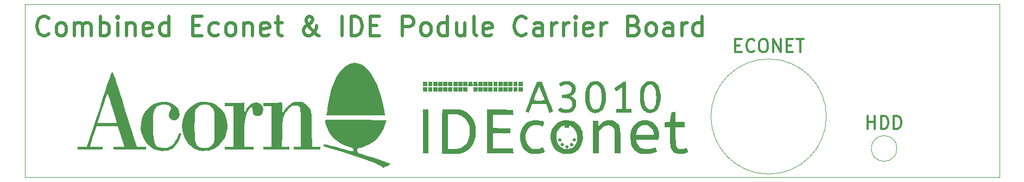
<source format=gbr>
G04 #@! TF.GenerationSoftware,KiCad,Pcbnew,7.0.7-146-g6b43bb8fe3*
G04 #@! TF.CreationDate,2023-10-06T16:17:06+01:00*
G04 #@! TF.ProjectId,A3010PoduleCarrierPlate,41333031-3050-46f6-9475-6c6543617272,01a*
G04 #@! TF.SameCoordinates,Original*
G04 #@! TF.FileFunction,Legend,Top*
G04 #@! TF.FilePolarity,Positive*
%FSLAX46Y46*%
G04 Gerber Fmt 4.6, Leading zero omitted, Abs format (unit mm)*
G04 Created by KiCad (PCBNEW 7.0.7-146-g6b43bb8fe3) date 2023-10-06 16:17:06*
%MOMM*%
%LPD*%
G01*
G04 APERTURE LIST*
%ADD10C,0.120000*%
%ADD11C,0.500000*%
%ADD12C,0.300000*%
G04 APERTURE END LIST*
D10*
X223546000Y-75045000D02*
X223546000Y-102045000D01*
X223546000Y-102045000D02*
X71546000Y-102045000D01*
X196546000Y-92545000D02*
G75*
G03*
X196546000Y-92545000I-9000000J0D01*
G01*
X71546000Y-75045000D02*
X223546000Y-75045000D01*
X207546000Y-97545000D02*
G75*
G03*
X207546000Y-97545000I-2000000J0D01*
G01*
X71546000Y-102045000D02*
X71546000Y-75045000D01*
D11*
X75303518Y-79621142D02*
X75160661Y-79764000D01*
X75160661Y-79764000D02*
X74732089Y-79906857D01*
X74732089Y-79906857D02*
X74446375Y-79906857D01*
X74446375Y-79906857D02*
X74017804Y-79764000D01*
X74017804Y-79764000D02*
X73732089Y-79478285D01*
X73732089Y-79478285D02*
X73589232Y-79192571D01*
X73589232Y-79192571D02*
X73446375Y-78621142D01*
X73446375Y-78621142D02*
X73446375Y-78192571D01*
X73446375Y-78192571D02*
X73589232Y-77621142D01*
X73589232Y-77621142D02*
X73732089Y-77335428D01*
X73732089Y-77335428D02*
X74017804Y-77049714D01*
X74017804Y-77049714D02*
X74446375Y-76906857D01*
X74446375Y-76906857D02*
X74732089Y-76906857D01*
X74732089Y-76906857D02*
X75160661Y-77049714D01*
X75160661Y-77049714D02*
X75303518Y-77192571D01*
X77017804Y-79906857D02*
X76732089Y-79764000D01*
X76732089Y-79764000D02*
X76589232Y-79621142D01*
X76589232Y-79621142D02*
X76446375Y-79335428D01*
X76446375Y-79335428D02*
X76446375Y-78478285D01*
X76446375Y-78478285D02*
X76589232Y-78192571D01*
X76589232Y-78192571D02*
X76732089Y-78049714D01*
X76732089Y-78049714D02*
X77017804Y-77906857D01*
X77017804Y-77906857D02*
X77446375Y-77906857D01*
X77446375Y-77906857D02*
X77732089Y-78049714D01*
X77732089Y-78049714D02*
X77874947Y-78192571D01*
X77874947Y-78192571D02*
X78017804Y-78478285D01*
X78017804Y-78478285D02*
X78017804Y-79335428D01*
X78017804Y-79335428D02*
X77874947Y-79621142D01*
X77874947Y-79621142D02*
X77732089Y-79764000D01*
X77732089Y-79764000D02*
X77446375Y-79906857D01*
X77446375Y-79906857D02*
X77017804Y-79906857D01*
X79303518Y-79906857D02*
X79303518Y-77906857D01*
X79303518Y-78192571D02*
X79446375Y-78049714D01*
X79446375Y-78049714D02*
X79732090Y-77906857D01*
X79732090Y-77906857D02*
X80160661Y-77906857D01*
X80160661Y-77906857D02*
X80446375Y-78049714D01*
X80446375Y-78049714D02*
X80589233Y-78335428D01*
X80589233Y-78335428D02*
X80589233Y-79906857D01*
X80589233Y-78335428D02*
X80732090Y-78049714D01*
X80732090Y-78049714D02*
X81017804Y-77906857D01*
X81017804Y-77906857D02*
X81446375Y-77906857D01*
X81446375Y-77906857D02*
X81732090Y-78049714D01*
X81732090Y-78049714D02*
X81874947Y-78335428D01*
X81874947Y-78335428D02*
X81874947Y-79906857D01*
X83303518Y-79906857D02*
X83303518Y-76906857D01*
X83303518Y-78049714D02*
X83589233Y-77906857D01*
X83589233Y-77906857D02*
X84160661Y-77906857D01*
X84160661Y-77906857D02*
X84446375Y-78049714D01*
X84446375Y-78049714D02*
X84589233Y-78192571D01*
X84589233Y-78192571D02*
X84732090Y-78478285D01*
X84732090Y-78478285D02*
X84732090Y-79335428D01*
X84732090Y-79335428D02*
X84589233Y-79621142D01*
X84589233Y-79621142D02*
X84446375Y-79764000D01*
X84446375Y-79764000D02*
X84160661Y-79906857D01*
X84160661Y-79906857D02*
X83589233Y-79906857D01*
X83589233Y-79906857D02*
X83303518Y-79764000D01*
X86017804Y-79906857D02*
X86017804Y-77906857D01*
X86017804Y-76906857D02*
X85874947Y-77049714D01*
X85874947Y-77049714D02*
X86017804Y-77192571D01*
X86017804Y-77192571D02*
X86160661Y-77049714D01*
X86160661Y-77049714D02*
X86017804Y-76906857D01*
X86017804Y-76906857D02*
X86017804Y-77192571D01*
X87446375Y-77906857D02*
X87446375Y-79906857D01*
X87446375Y-78192571D02*
X87589232Y-78049714D01*
X87589232Y-78049714D02*
X87874947Y-77906857D01*
X87874947Y-77906857D02*
X88303518Y-77906857D01*
X88303518Y-77906857D02*
X88589232Y-78049714D01*
X88589232Y-78049714D02*
X88732090Y-78335428D01*
X88732090Y-78335428D02*
X88732090Y-79906857D01*
X91303518Y-79764000D02*
X91017804Y-79906857D01*
X91017804Y-79906857D02*
X90446376Y-79906857D01*
X90446376Y-79906857D02*
X90160661Y-79764000D01*
X90160661Y-79764000D02*
X90017804Y-79478285D01*
X90017804Y-79478285D02*
X90017804Y-78335428D01*
X90017804Y-78335428D02*
X90160661Y-78049714D01*
X90160661Y-78049714D02*
X90446376Y-77906857D01*
X90446376Y-77906857D02*
X91017804Y-77906857D01*
X91017804Y-77906857D02*
X91303518Y-78049714D01*
X91303518Y-78049714D02*
X91446376Y-78335428D01*
X91446376Y-78335428D02*
X91446376Y-78621142D01*
X91446376Y-78621142D02*
X90017804Y-78906857D01*
X94017805Y-79906857D02*
X94017805Y-76906857D01*
X94017805Y-79764000D02*
X93732090Y-79906857D01*
X93732090Y-79906857D02*
X93160662Y-79906857D01*
X93160662Y-79906857D02*
X92874947Y-79764000D01*
X92874947Y-79764000D02*
X92732090Y-79621142D01*
X92732090Y-79621142D02*
X92589233Y-79335428D01*
X92589233Y-79335428D02*
X92589233Y-78478285D01*
X92589233Y-78478285D02*
X92732090Y-78192571D01*
X92732090Y-78192571D02*
X92874947Y-78049714D01*
X92874947Y-78049714D02*
X93160662Y-77906857D01*
X93160662Y-77906857D02*
X93732090Y-77906857D01*
X93732090Y-77906857D02*
X94017805Y-78049714D01*
X97732090Y-78335428D02*
X98732090Y-78335428D01*
X99160662Y-79906857D02*
X97732090Y-79906857D01*
X97732090Y-79906857D02*
X97732090Y-76906857D01*
X97732090Y-76906857D02*
X99160662Y-76906857D01*
X101732091Y-79764000D02*
X101446376Y-79906857D01*
X101446376Y-79906857D02*
X100874948Y-79906857D01*
X100874948Y-79906857D02*
X100589233Y-79764000D01*
X100589233Y-79764000D02*
X100446376Y-79621142D01*
X100446376Y-79621142D02*
X100303519Y-79335428D01*
X100303519Y-79335428D02*
X100303519Y-78478285D01*
X100303519Y-78478285D02*
X100446376Y-78192571D01*
X100446376Y-78192571D02*
X100589233Y-78049714D01*
X100589233Y-78049714D02*
X100874948Y-77906857D01*
X100874948Y-77906857D02*
X101446376Y-77906857D01*
X101446376Y-77906857D02*
X101732091Y-78049714D01*
X103446377Y-79906857D02*
X103160662Y-79764000D01*
X103160662Y-79764000D02*
X103017805Y-79621142D01*
X103017805Y-79621142D02*
X102874948Y-79335428D01*
X102874948Y-79335428D02*
X102874948Y-78478285D01*
X102874948Y-78478285D02*
X103017805Y-78192571D01*
X103017805Y-78192571D02*
X103160662Y-78049714D01*
X103160662Y-78049714D02*
X103446377Y-77906857D01*
X103446377Y-77906857D02*
X103874948Y-77906857D01*
X103874948Y-77906857D02*
X104160662Y-78049714D01*
X104160662Y-78049714D02*
X104303520Y-78192571D01*
X104303520Y-78192571D02*
X104446377Y-78478285D01*
X104446377Y-78478285D02*
X104446377Y-79335428D01*
X104446377Y-79335428D02*
X104303520Y-79621142D01*
X104303520Y-79621142D02*
X104160662Y-79764000D01*
X104160662Y-79764000D02*
X103874948Y-79906857D01*
X103874948Y-79906857D02*
X103446377Y-79906857D01*
X105732091Y-77906857D02*
X105732091Y-79906857D01*
X105732091Y-78192571D02*
X105874948Y-78049714D01*
X105874948Y-78049714D02*
X106160663Y-77906857D01*
X106160663Y-77906857D02*
X106589234Y-77906857D01*
X106589234Y-77906857D02*
X106874948Y-78049714D01*
X106874948Y-78049714D02*
X107017806Y-78335428D01*
X107017806Y-78335428D02*
X107017806Y-79906857D01*
X109589234Y-79764000D02*
X109303520Y-79906857D01*
X109303520Y-79906857D02*
X108732092Y-79906857D01*
X108732092Y-79906857D02*
X108446377Y-79764000D01*
X108446377Y-79764000D02*
X108303520Y-79478285D01*
X108303520Y-79478285D02*
X108303520Y-78335428D01*
X108303520Y-78335428D02*
X108446377Y-78049714D01*
X108446377Y-78049714D02*
X108732092Y-77906857D01*
X108732092Y-77906857D02*
X109303520Y-77906857D01*
X109303520Y-77906857D02*
X109589234Y-78049714D01*
X109589234Y-78049714D02*
X109732092Y-78335428D01*
X109732092Y-78335428D02*
X109732092Y-78621142D01*
X109732092Y-78621142D02*
X108303520Y-78906857D01*
X110589235Y-77906857D02*
X111732092Y-77906857D01*
X111017806Y-76906857D02*
X111017806Y-79478285D01*
X111017806Y-79478285D02*
X111160663Y-79764000D01*
X111160663Y-79764000D02*
X111446378Y-79906857D01*
X111446378Y-79906857D02*
X111732092Y-79906857D01*
X117446378Y-79906857D02*
X117303521Y-79906857D01*
X117303521Y-79906857D02*
X117017806Y-79764000D01*
X117017806Y-79764000D02*
X116589235Y-79335428D01*
X116589235Y-79335428D02*
X115874949Y-78478285D01*
X115874949Y-78478285D02*
X115589235Y-78049714D01*
X115589235Y-78049714D02*
X115446378Y-77621142D01*
X115446378Y-77621142D02*
X115446378Y-77335428D01*
X115446378Y-77335428D02*
X115589235Y-77049714D01*
X115589235Y-77049714D02*
X115874949Y-76906857D01*
X115874949Y-76906857D02*
X116017806Y-76906857D01*
X116017806Y-76906857D02*
X116303521Y-77049714D01*
X116303521Y-77049714D02*
X116446378Y-77335428D01*
X116446378Y-77335428D02*
X116446378Y-77478285D01*
X116446378Y-77478285D02*
X116303521Y-77764000D01*
X116303521Y-77764000D02*
X116160663Y-77906857D01*
X116160663Y-77906857D02*
X115303521Y-78478285D01*
X115303521Y-78478285D02*
X115160663Y-78621142D01*
X115160663Y-78621142D02*
X115017806Y-78906857D01*
X115017806Y-78906857D02*
X115017806Y-79335428D01*
X115017806Y-79335428D02*
X115160663Y-79621142D01*
X115160663Y-79621142D02*
X115303521Y-79764000D01*
X115303521Y-79764000D02*
X115589235Y-79906857D01*
X115589235Y-79906857D02*
X116017806Y-79906857D01*
X116017806Y-79906857D02*
X116303521Y-79764000D01*
X116303521Y-79764000D02*
X116446378Y-79621142D01*
X116446378Y-79621142D02*
X116874949Y-79049714D01*
X116874949Y-79049714D02*
X117017806Y-78621142D01*
X117017806Y-78621142D02*
X117017806Y-78335428D01*
X121017806Y-79906857D02*
X121017806Y-76906857D01*
X122446377Y-79906857D02*
X122446377Y-76906857D01*
X122446377Y-76906857D02*
X123160663Y-76906857D01*
X123160663Y-76906857D02*
X123589234Y-77049714D01*
X123589234Y-77049714D02*
X123874949Y-77335428D01*
X123874949Y-77335428D02*
X124017806Y-77621142D01*
X124017806Y-77621142D02*
X124160663Y-78192571D01*
X124160663Y-78192571D02*
X124160663Y-78621142D01*
X124160663Y-78621142D02*
X124017806Y-79192571D01*
X124017806Y-79192571D02*
X123874949Y-79478285D01*
X123874949Y-79478285D02*
X123589234Y-79764000D01*
X123589234Y-79764000D02*
X123160663Y-79906857D01*
X123160663Y-79906857D02*
X122446377Y-79906857D01*
X125446377Y-78335428D02*
X126446377Y-78335428D01*
X126874949Y-79906857D02*
X125446377Y-79906857D01*
X125446377Y-79906857D02*
X125446377Y-76906857D01*
X125446377Y-76906857D02*
X126874949Y-76906857D01*
X130446377Y-79906857D02*
X130446377Y-76906857D01*
X130446377Y-76906857D02*
X131589234Y-76906857D01*
X131589234Y-76906857D02*
X131874949Y-77049714D01*
X131874949Y-77049714D02*
X132017806Y-77192571D01*
X132017806Y-77192571D02*
X132160663Y-77478285D01*
X132160663Y-77478285D02*
X132160663Y-77906857D01*
X132160663Y-77906857D02*
X132017806Y-78192571D01*
X132017806Y-78192571D02*
X131874949Y-78335428D01*
X131874949Y-78335428D02*
X131589234Y-78478285D01*
X131589234Y-78478285D02*
X130446377Y-78478285D01*
X133874949Y-79906857D02*
X133589234Y-79764000D01*
X133589234Y-79764000D02*
X133446377Y-79621142D01*
X133446377Y-79621142D02*
X133303520Y-79335428D01*
X133303520Y-79335428D02*
X133303520Y-78478285D01*
X133303520Y-78478285D02*
X133446377Y-78192571D01*
X133446377Y-78192571D02*
X133589234Y-78049714D01*
X133589234Y-78049714D02*
X133874949Y-77906857D01*
X133874949Y-77906857D02*
X134303520Y-77906857D01*
X134303520Y-77906857D02*
X134589234Y-78049714D01*
X134589234Y-78049714D02*
X134732092Y-78192571D01*
X134732092Y-78192571D02*
X134874949Y-78478285D01*
X134874949Y-78478285D02*
X134874949Y-79335428D01*
X134874949Y-79335428D02*
X134732092Y-79621142D01*
X134732092Y-79621142D02*
X134589234Y-79764000D01*
X134589234Y-79764000D02*
X134303520Y-79906857D01*
X134303520Y-79906857D02*
X133874949Y-79906857D01*
X137446378Y-79906857D02*
X137446378Y-76906857D01*
X137446378Y-79764000D02*
X137160663Y-79906857D01*
X137160663Y-79906857D02*
X136589235Y-79906857D01*
X136589235Y-79906857D02*
X136303520Y-79764000D01*
X136303520Y-79764000D02*
X136160663Y-79621142D01*
X136160663Y-79621142D02*
X136017806Y-79335428D01*
X136017806Y-79335428D02*
X136017806Y-78478285D01*
X136017806Y-78478285D02*
X136160663Y-78192571D01*
X136160663Y-78192571D02*
X136303520Y-78049714D01*
X136303520Y-78049714D02*
X136589235Y-77906857D01*
X136589235Y-77906857D02*
X137160663Y-77906857D01*
X137160663Y-77906857D02*
X137446378Y-78049714D01*
X140160664Y-77906857D02*
X140160664Y-79906857D01*
X138874949Y-77906857D02*
X138874949Y-79478285D01*
X138874949Y-79478285D02*
X139017806Y-79764000D01*
X139017806Y-79764000D02*
X139303521Y-79906857D01*
X139303521Y-79906857D02*
X139732092Y-79906857D01*
X139732092Y-79906857D02*
X140017806Y-79764000D01*
X140017806Y-79764000D02*
X140160664Y-79621142D01*
X142017807Y-79906857D02*
X141732092Y-79764000D01*
X141732092Y-79764000D02*
X141589235Y-79478285D01*
X141589235Y-79478285D02*
X141589235Y-76906857D01*
X144303521Y-79764000D02*
X144017807Y-79906857D01*
X144017807Y-79906857D02*
X143446379Y-79906857D01*
X143446379Y-79906857D02*
X143160664Y-79764000D01*
X143160664Y-79764000D02*
X143017807Y-79478285D01*
X143017807Y-79478285D02*
X143017807Y-78335428D01*
X143017807Y-78335428D02*
X143160664Y-78049714D01*
X143160664Y-78049714D02*
X143446379Y-77906857D01*
X143446379Y-77906857D02*
X144017807Y-77906857D01*
X144017807Y-77906857D02*
X144303521Y-78049714D01*
X144303521Y-78049714D02*
X144446379Y-78335428D01*
X144446379Y-78335428D02*
X144446379Y-78621142D01*
X144446379Y-78621142D02*
X143017807Y-78906857D01*
X149732093Y-79621142D02*
X149589236Y-79764000D01*
X149589236Y-79764000D02*
X149160664Y-79906857D01*
X149160664Y-79906857D02*
X148874950Y-79906857D01*
X148874950Y-79906857D02*
X148446379Y-79764000D01*
X148446379Y-79764000D02*
X148160664Y-79478285D01*
X148160664Y-79478285D02*
X148017807Y-79192571D01*
X148017807Y-79192571D02*
X147874950Y-78621142D01*
X147874950Y-78621142D02*
X147874950Y-78192571D01*
X147874950Y-78192571D02*
X148017807Y-77621142D01*
X148017807Y-77621142D02*
X148160664Y-77335428D01*
X148160664Y-77335428D02*
X148446379Y-77049714D01*
X148446379Y-77049714D02*
X148874950Y-76906857D01*
X148874950Y-76906857D02*
X149160664Y-76906857D01*
X149160664Y-76906857D02*
X149589236Y-77049714D01*
X149589236Y-77049714D02*
X149732093Y-77192571D01*
X152303522Y-79906857D02*
X152303522Y-78335428D01*
X152303522Y-78335428D02*
X152160664Y-78049714D01*
X152160664Y-78049714D02*
X151874950Y-77906857D01*
X151874950Y-77906857D02*
X151303522Y-77906857D01*
X151303522Y-77906857D02*
X151017807Y-78049714D01*
X152303522Y-79764000D02*
X152017807Y-79906857D01*
X152017807Y-79906857D02*
X151303522Y-79906857D01*
X151303522Y-79906857D02*
X151017807Y-79764000D01*
X151017807Y-79764000D02*
X150874950Y-79478285D01*
X150874950Y-79478285D02*
X150874950Y-79192571D01*
X150874950Y-79192571D02*
X151017807Y-78906857D01*
X151017807Y-78906857D02*
X151303522Y-78764000D01*
X151303522Y-78764000D02*
X152017807Y-78764000D01*
X152017807Y-78764000D02*
X152303522Y-78621142D01*
X153732093Y-79906857D02*
X153732093Y-77906857D01*
X153732093Y-78478285D02*
X153874950Y-78192571D01*
X153874950Y-78192571D02*
X154017808Y-78049714D01*
X154017808Y-78049714D02*
X154303522Y-77906857D01*
X154303522Y-77906857D02*
X154589236Y-77906857D01*
X155589236Y-79906857D02*
X155589236Y-77906857D01*
X155589236Y-78478285D02*
X155732093Y-78192571D01*
X155732093Y-78192571D02*
X155874951Y-78049714D01*
X155874951Y-78049714D02*
X156160665Y-77906857D01*
X156160665Y-77906857D02*
X156446379Y-77906857D01*
X157446379Y-79906857D02*
X157446379Y-77906857D01*
X157446379Y-76906857D02*
X157303522Y-77049714D01*
X157303522Y-77049714D02*
X157446379Y-77192571D01*
X157446379Y-77192571D02*
X157589236Y-77049714D01*
X157589236Y-77049714D02*
X157446379Y-76906857D01*
X157446379Y-76906857D02*
X157446379Y-77192571D01*
X160017807Y-79764000D02*
X159732093Y-79906857D01*
X159732093Y-79906857D02*
X159160665Y-79906857D01*
X159160665Y-79906857D02*
X158874950Y-79764000D01*
X158874950Y-79764000D02*
X158732093Y-79478285D01*
X158732093Y-79478285D02*
X158732093Y-78335428D01*
X158732093Y-78335428D02*
X158874950Y-78049714D01*
X158874950Y-78049714D02*
X159160665Y-77906857D01*
X159160665Y-77906857D02*
X159732093Y-77906857D01*
X159732093Y-77906857D02*
X160017807Y-78049714D01*
X160017807Y-78049714D02*
X160160665Y-78335428D01*
X160160665Y-78335428D02*
X160160665Y-78621142D01*
X160160665Y-78621142D02*
X158732093Y-78906857D01*
X161446379Y-79906857D02*
X161446379Y-77906857D01*
X161446379Y-78478285D02*
X161589236Y-78192571D01*
X161589236Y-78192571D02*
X161732094Y-78049714D01*
X161732094Y-78049714D02*
X162017808Y-77906857D01*
X162017808Y-77906857D02*
X162303522Y-77906857D01*
X166589236Y-78335428D02*
X167017808Y-78478285D01*
X167017808Y-78478285D02*
X167160665Y-78621142D01*
X167160665Y-78621142D02*
X167303522Y-78906857D01*
X167303522Y-78906857D02*
X167303522Y-79335428D01*
X167303522Y-79335428D02*
X167160665Y-79621142D01*
X167160665Y-79621142D02*
X167017808Y-79764000D01*
X167017808Y-79764000D02*
X166732093Y-79906857D01*
X166732093Y-79906857D02*
X165589236Y-79906857D01*
X165589236Y-79906857D02*
X165589236Y-76906857D01*
X165589236Y-76906857D02*
X166589236Y-76906857D01*
X166589236Y-76906857D02*
X166874951Y-77049714D01*
X166874951Y-77049714D02*
X167017808Y-77192571D01*
X167017808Y-77192571D02*
X167160665Y-77478285D01*
X167160665Y-77478285D02*
X167160665Y-77764000D01*
X167160665Y-77764000D02*
X167017808Y-78049714D01*
X167017808Y-78049714D02*
X166874951Y-78192571D01*
X166874951Y-78192571D02*
X166589236Y-78335428D01*
X166589236Y-78335428D02*
X165589236Y-78335428D01*
X169017808Y-79906857D02*
X168732093Y-79764000D01*
X168732093Y-79764000D02*
X168589236Y-79621142D01*
X168589236Y-79621142D02*
X168446379Y-79335428D01*
X168446379Y-79335428D02*
X168446379Y-78478285D01*
X168446379Y-78478285D02*
X168589236Y-78192571D01*
X168589236Y-78192571D02*
X168732093Y-78049714D01*
X168732093Y-78049714D02*
X169017808Y-77906857D01*
X169017808Y-77906857D02*
X169446379Y-77906857D01*
X169446379Y-77906857D02*
X169732093Y-78049714D01*
X169732093Y-78049714D02*
X169874951Y-78192571D01*
X169874951Y-78192571D02*
X170017808Y-78478285D01*
X170017808Y-78478285D02*
X170017808Y-79335428D01*
X170017808Y-79335428D02*
X169874951Y-79621142D01*
X169874951Y-79621142D02*
X169732093Y-79764000D01*
X169732093Y-79764000D02*
X169446379Y-79906857D01*
X169446379Y-79906857D02*
X169017808Y-79906857D01*
X172589237Y-79906857D02*
X172589237Y-78335428D01*
X172589237Y-78335428D02*
X172446379Y-78049714D01*
X172446379Y-78049714D02*
X172160665Y-77906857D01*
X172160665Y-77906857D02*
X171589237Y-77906857D01*
X171589237Y-77906857D02*
X171303522Y-78049714D01*
X172589237Y-79764000D02*
X172303522Y-79906857D01*
X172303522Y-79906857D02*
X171589237Y-79906857D01*
X171589237Y-79906857D02*
X171303522Y-79764000D01*
X171303522Y-79764000D02*
X171160665Y-79478285D01*
X171160665Y-79478285D02*
X171160665Y-79192571D01*
X171160665Y-79192571D02*
X171303522Y-78906857D01*
X171303522Y-78906857D02*
X171589237Y-78764000D01*
X171589237Y-78764000D02*
X172303522Y-78764000D01*
X172303522Y-78764000D02*
X172589237Y-78621142D01*
X174017808Y-79906857D02*
X174017808Y-77906857D01*
X174017808Y-78478285D02*
X174160665Y-78192571D01*
X174160665Y-78192571D02*
X174303523Y-78049714D01*
X174303523Y-78049714D02*
X174589237Y-77906857D01*
X174589237Y-77906857D02*
X174874951Y-77906857D01*
X177160666Y-79906857D02*
X177160666Y-76906857D01*
X177160666Y-79764000D02*
X176874951Y-79906857D01*
X176874951Y-79906857D02*
X176303523Y-79906857D01*
X176303523Y-79906857D02*
X176017808Y-79764000D01*
X176017808Y-79764000D02*
X175874951Y-79621142D01*
X175874951Y-79621142D02*
X175732094Y-79335428D01*
X175732094Y-79335428D02*
X175732094Y-78478285D01*
X175732094Y-78478285D02*
X175874951Y-78192571D01*
X175874951Y-78192571D02*
X176017808Y-78049714D01*
X176017808Y-78049714D02*
X176303523Y-77906857D01*
X176303523Y-77906857D02*
X176874951Y-77906857D01*
X176874951Y-77906857D02*
X177160666Y-78049714D01*
D12*
X202974571Y-94454638D02*
X202974571Y-92454638D01*
X202974571Y-93407019D02*
X204117428Y-93407019D01*
X204117428Y-94454638D02*
X204117428Y-92454638D01*
X205069809Y-94454638D02*
X205069809Y-92454638D01*
X205069809Y-92454638D02*
X205545999Y-92454638D01*
X205545999Y-92454638D02*
X205831714Y-92549876D01*
X205831714Y-92549876D02*
X206022190Y-92740352D01*
X206022190Y-92740352D02*
X206117428Y-92930828D01*
X206117428Y-92930828D02*
X206212666Y-93311780D01*
X206212666Y-93311780D02*
X206212666Y-93597495D01*
X206212666Y-93597495D02*
X206117428Y-93978447D01*
X206117428Y-93978447D02*
X206022190Y-94168923D01*
X206022190Y-94168923D02*
X205831714Y-94359400D01*
X205831714Y-94359400D02*
X205545999Y-94454638D01*
X205545999Y-94454638D02*
X205069809Y-94454638D01*
X207069809Y-94454638D02*
X207069809Y-92454638D01*
X207069809Y-92454638D02*
X207545999Y-92454638D01*
X207545999Y-92454638D02*
X207831714Y-92549876D01*
X207831714Y-92549876D02*
X208022190Y-92740352D01*
X208022190Y-92740352D02*
X208117428Y-92930828D01*
X208117428Y-92930828D02*
X208212666Y-93311780D01*
X208212666Y-93311780D02*
X208212666Y-93597495D01*
X208212666Y-93597495D02*
X208117428Y-93978447D01*
X208117428Y-93978447D02*
X208022190Y-94168923D01*
X208022190Y-94168923D02*
X207831714Y-94359400D01*
X207831714Y-94359400D02*
X207545999Y-94454638D01*
X207545999Y-94454638D02*
X207069809Y-94454638D01*
X182355523Y-81407019D02*
X183022190Y-81407019D01*
X183307904Y-82454638D02*
X182355523Y-82454638D01*
X182355523Y-82454638D02*
X182355523Y-80454638D01*
X182355523Y-80454638D02*
X183307904Y-80454638D01*
X185307904Y-82264161D02*
X185212666Y-82359400D01*
X185212666Y-82359400D02*
X184926952Y-82454638D01*
X184926952Y-82454638D02*
X184736476Y-82454638D01*
X184736476Y-82454638D02*
X184450761Y-82359400D01*
X184450761Y-82359400D02*
X184260285Y-82168923D01*
X184260285Y-82168923D02*
X184165047Y-81978447D01*
X184165047Y-81978447D02*
X184069809Y-81597495D01*
X184069809Y-81597495D02*
X184069809Y-81311780D01*
X184069809Y-81311780D02*
X184165047Y-80930828D01*
X184165047Y-80930828D02*
X184260285Y-80740352D01*
X184260285Y-80740352D02*
X184450761Y-80549876D01*
X184450761Y-80549876D02*
X184736476Y-80454638D01*
X184736476Y-80454638D02*
X184926952Y-80454638D01*
X184926952Y-80454638D02*
X185212666Y-80549876D01*
X185212666Y-80549876D02*
X185307904Y-80645114D01*
X186545999Y-80454638D02*
X186926952Y-80454638D01*
X186926952Y-80454638D02*
X187117428Y-80549876D01*
X187117428Y-80549876D02*
X187307904Y-80740352D01*
X187307904Y-80740352D02*
X187403142Y-81121304D01*
X187403142Y-81121304D02*
X187403142Y-81787971D01*
X187403142Y-81787971D02*
X187307904Y-82168923D01*
X187307904Y-82168923D02*
X187117428Y-82359400D01*
X187117428Y-82359400D02*
X186926952Y-82454638D01*
X186926952Y-82454638D02*
X186545999Y-82454638D01*
X186545999Y-82454638D02*
X186355523Y-82359400D01*
X186355523Y-82359400D02*
X186165047Y-82168923D01*
X186165047Y-82168923D02*
X186069809Y-81787971D01*
X186069809Y-81787971D02*
X186069809Y-81121304D01*
X186069809Y-81121304D02*
X186165047Y-80740352D01*
X186165047Y-80740352D02*
X186355523Y-80549876D01*
X186355523Y-80549876D02*
X186545999Y-80454638D01*
X188260285Y-82454638D02*
X188260285Y-80454638D01*
X188260285Y-80454638D02*
X189403142Y-82454638D01*
X189403142Y-82454638D02*
X189403142Y-80454638D01*
X190355523Y-81407019D02*
X191022190Y-81407019D01*
X191307904Y-82454638D02*
X190355523Y-82454638D01*
X190355523Y-82454638D02*
X190355523Y-80454638D01*
X190355523Y-80454638D02*
X191307904Y-80454638D01*
X191879333Y-80454638D02*
X193022190Y-80454638D01*
X192450761Y-82454638D02*
X192450761Y-80454638D01*
G36*
X134480490Y-98319952D02*
G01*
X133599565Y-98319952D01*
X133599565Y-91468314D01*
X134480490Y-91468314D01*
X134480490Y-98319952D01*
G37*
G36*
X141385540Y-87797794D02*
G01*
X140691432Y-87797794D01*
X140720374Y-87137100D01*
X141356598Y-87137100D01*
X141385540Y-87797794D01*
G37*
G36*
X142168584Y-87797794D02*
G01*
X141474476Y-87797794D01*
X141503418Y-87137100D01*
X142139642Y-87137100D01*
X142168584Y-87797794D01*
G37*
G36*
X143734673Y-87797794D02*
G01*
X143040565Y-87797794D01*
X143069507Y-87137100D01*
X143705731Y-87137100D01*
X143734673Y-87797794D01*
G37*
G36*
X144488775Y-87137100D02*
G01*
X144488775Y-87773324D01*
X143828081Y-87802266D01*
X143828081Y-87108158D01*
X144488775Y-87137100D01*
G37*
G36*
X146054864Y-87137100D02*
G01*
X146054864Y-87773324D01*
X145394170Y-87802266D01*
X145394170Y-87108158D01*
X146054864Y-87137100D01*
G37*
G36*
X149187041Y-87137100D02*
G01*
X149187041Y-87773324D01*
X148526347Y-87802266D01*
X148526347Y-87108158D01*
X149187041Y-87137100D01*
G37*
G36*
X139819451Y-87797794D02*
G01*
X139125343Y-87797794D01*
X139139814Y-87467447D01*
X139154286Y-87137100D01*
X139790509Y-87137100D01*
X139819451Y-87797794D01*
G37*
G36*
X140588024Y-87467447D02*
G01*
X140602496Y-87797794D01*
X139908388Y-87797794D01*
X139937330Y-87137100D01*
X140573553Y-87137100D01*
X140588024Y-87467447D01*
G37*
G36*
X142937157Y-87467447D02*
G01*
X142951629Y-87797794D01*
X142257520Y-87797794D01*
X142271992Y-87467447D01*
X142286463Y-87137100D01*
X142922686Y-87137100D01*
X142937157Y-87467447D01*
G37*
G36*
X144158428Y-87954614D02*
G01*
X144488775Y-87969085D01*
X144488775Y-88605308D01*
X144158428Y-88619779D01*
X143828081Y-88634251D01*
X143828081Y-87940142D01*
X144158428Y-87954614D01*
G37*
G36*
X144941472Y-87122629D02*
G01*
X145271819Y-87137100D01*
X145271819Y-87773324D01*
X144941472Y-87787795D01*
X144611126Y-87802266D01*
X144611126Y-87108158D01*
X144941472Y-87122629D01*
G37*
G36*
X144941472Y-87954614D02*
G01*
X145271819Y-87969085D01*
X145271819Y-88605308D01*
X144941472Y-88619779D01*
X144611126Y-88634251D01*
X144611126Y-87940142D01*
X144941472Y-87954614D01*
G37*
G36*
X145724517Y-87954614D02*
G01*
X146054864Y-87969085D01*
X146054864Y-88605308D01*
X145724517Y-88619779D01*
X145394170Y-88634251D01*
X145394170Y-87940142D01*
X145724517Y-87954614D01*
G37*
G36*
X148856694Y-87954614D02*
G01*
X149187041Y-87969085D01*
X149187041Y-88605308D01*
X148856694Y-88619779D01*
X148526347Y-88634251D01*
X148526347Y-87940142D01*
X148856694Y-87954614D01*
G37*
G36*
X146823298Y-88201551D02*
G01*
X146834965Y-88406235D01*
X146822507Y-88532443D01*
X146771154Y-88599132D01*
X146666134Y-88625258D01*
X146492677Y-88629778D01*
X146177214Y-88629778D01*
X146177214Y-87944615D01*
X146803991Y-87944615D01*
X146823298Y-88201551D01*
G37*
G36*
X134333669Y-87797794D02*
G01*
X134014021Y-87797794D01*
X133806979Y-87788036D01*
X133694977Y-87758835D01*
X133674688Y-87736618D01*
X133665218Y-87655919D01*
X133662056Y-87514457D01*
X133663989Y-87406272D01*
X133672975Y-87137100D01*
X134333669Y-87108158D01*
X134333669Y-87797794D01*
G37*
G36*
X136682802Y-87797794D02*
G01*
X136369926Y-87797794D01*
X136166677Y-87787858D01*
X136056486Y-87758291D01*
X136037018Y-87736618D01*
X136029221Y-87656742D01*
X136030154Y-87514987D01*
X136036311Y-87394037D01*
X136055637Y-87112630D01*
X136682802Y-87112630D01*
X136682802Y-87797794D01*
G37*
G36*
X138248891Y-87797794D02*
G01*
X137929243Y-87797794D01*
X137731557Y-87789705D01*
X137619256Y-87763982D01*
X137583881Y-87730785D01*
X137571979Y-87646264D01*
X137569461Y-87502667D01*
X137573182Y-87400438D01*
X137588197Y-87137100D01*
X138248891Y-87108158D01*
X138248891Y-87797794D01*
G37*
G36*
X139031935Y-87797794D02*
G01*
X138712287Y-87797794D01*
X138514601Y-87789705D01*
X138402301Y-87763982D01*
X138366926Y-87730785D01*
X138355024Y-87646264D01*
X138352506Y-87502667D01*
X138356227Y-87400438D01*
X138371241Y-87137100D01*
X139031935Y-87108158D01*
X139031935Y-87797794D01*
G37*
G36*
X146823705Y-87394037D02*
G01*
X146830998Y-87558350D01*
X146829508Y-87686549D01*
X146822998Y-87736618D01*
X146759376Y-87775723D01*
X146601724Y-87795375D01*
X146490090Y-87797794D01*
X146177214Y-87797794D01*
X146177214Y-87112630D01*
X146804379Y-87112630D01*
X146823705Y-87394037D01*
G37*
G36*
X147604188Y-87375508D02*
G01*
X147614531Y-87578619D01*
X147603855Y-87703221D01*
X147557197Y-87768494D01*
X147459593Y-87793624D01*
X147296080Y-87797791D01*
X147274782Y-87797794D01*
X146960259Y-87797794D01*
X146960259Y-87112630D01*
X147587423Y-87112630D01*
X147604188Y-87375508D01*
G37*
G36*
X147604188Y-88207493D02*
G01*
X147614531Y-88410604D01*
X147603855Y-88535205D01*
X147557197Y-88600479D01*
X147459593Y-88625608D01*
X147296080Y-88629776D01*
X147274782Y-88629778D01*
X146960259Y-88629778D01*
X146960259Y-87944615D01*
X147587423Y-87944615D01*
X147604188Y-88207493D01*
G37*
G36*
X148387232Y-87375508D02*
G01*
X148397575Y-87578619D01*
X148386899Y-87703221D01*
X148340241Y-87768494D01*
X148242638Y-87793624D01*
X148079124Y-87797791D01*
X148057826Y-87797794D01*
X147743303Y-87797794D01*
X147743303Y-87112630D01*
X148370468Y-87112630D01*
X148387232Y-87375508D01*
G37*
G36*
X148387232Y-88207493D02*
G01*
X148397575Y-88410604D01*
X148386899Y-88535205D01*
X148340241Y-88600479D01*
X148242638Y-88625608D01*
X148079124Y-88629776D01*
X148057826Y-88629778D01*
X147743303Y-88629778D01*
X147743303Y-87944615D01*
X148370468Y-87944615D01*
X148387232Y-88207493D01*
G37*
G36*
X134333669Y-88629778D02*
G01*
X134018445Y-88629778D01*
X133853144Y-88624507D01*
X133731397Y-88610743D01*
X133681989Y-88593073D01*
X133671603Y-88527820D01*
X133666362Y-88396115D01*
X133666865Y-88262726D01*
X133672975Y-87969085D01*
X134003322Y-87954614D01*
X134333669Y-87940142D01*
X134333669Y-88629778D01*
G37*
G36*
X135116713Y-87797794D02*
G01*
X134802190Y-87797794D01*
X134624078Y-87792767D01*
X134522947Y-87774381D01*
X134478260Y-87737683D01*
X134471843Y-87718090D01*
X134465837Y-87625615D01*
X134467788Y-87476290D01*
X134472784Y-87375508D01*
X134489549Y-87112630D01*
X135116713Y-87112630D01*
X135116713Y-87797794D01*
G37*
G36*
X135116713Y-88629778D02*
G01*
X134802190Y-88629778D01*
X134624078Y-88624751D01*
X134522947Y-88606366D01*
X134478260Y-88569668D01*
X134471843Y-88550075D01*
X134465837Y-88457600D01*
X134467788Y-88308275D01*
X134472784Y-88207493D01*
X134489549Y-87944615D01*
X135116713Y-87944615D01*
X135116713Y-88629778D01*
G37*
G36*
X135899758Y-87797794D02*
G01*
X135585234Y-87797794D01*
X135407122Y-87792767D01*
X135305992Y-87774381D01*
X135261305Y-87737683D01*
X135254887Y-87718090D01*
X135248881Y-87625615D01*
X135250832Y-87476290D01*
X135255828Y-87375508D01*
X135272593Y-87112630D01*
X135899758Y-87112630D01*
X135899758Y-87797794D01*
G37*
G36*
X135899758Y-88629778D02*
G01*
X135585234Y-88629778D01*
X135407122Y-88624751D01*
X135305992Y-88606366D01*
X135261305Y-88569668D01*
X135254887Y-88550075D01*
X135248881Y-88457600D01*
X135250832Y-88308275D01*
X135255828Y-88207493D01*
X135272593Y-87944615D01*
X135899758Y-87944615D01*
X135899758Y-88629778D01*
G37*
G36*
X136682802Y-88629778D02*
G01*
X136370398Y-88629778D01*
X136194590Y-88625109D01*
X136094365Y-88607321D01*
X136047708Y-88570749D01*
X136037702Y-88544133D01*
X136029560Y-88447489D01*
X136031291Y-88295926D01*
X136036718Y-88201551D01*
X136056025Y-87944615D01*
X136682802Y-87944615D01*
X136682802Y-88629778D01*
G37*
G36*
X137465846Y-87797794D02*
G01*
X137146198Y-87797794D01*
X136939157Y-87788036D01*
X136827154Y-87758835D01*
X136806865Y-87736618D01*
X136797395Y-87655919D01*
X136794233Y-87514457D01*
X136796166Y-87406272D01*
X136805153Y-87137100D01*
X137135499Y-87122629D01*
X137465846Y-87108158D01*
X137465846Y-87797794D01*
G37*
G36*
X137465846Y-88629778D02*
G01*
X137150623Y-88629778D01*
X136985321Y-88624507D01*
X136863575Y-88610743D01*
X136814166Y-88593073D01*
X136803780Y-88527820D01*
X136798540Y-88396115D01*
X136799043Y-88262726D01*
X136805153Y-87969085D01*
X137135499Y-87954614D01*
X137465846Y-87940142D01*
X137465846Y-88629778D01*
G37*
G36*
X138248891Y-88629778D02*
G01*
X137929243Y-88629778D01*
X137731557Y-88621690D01*
X137619256Y-88595966D01*
X137583881Y-88562769D01*
X137571979Y-88478248D01*
X137569461Y-88334652D01*
X137573182Y-88232423D01*
X137588197Y-87969085D01*
X137918544Y-87954614D01*
X138248891Y-87940142D01*
X138248891Y-88629778D01*
G37*
G36*
X139031935Y-88629778D02*
G01*
X138712287Y-88629778D01*
X138514601Y-88621690D01*
X138402301Y-88595966D01*
X138366926Y-88562769D01*
X138355024Y-88478248D01*
X138352506Y-88334652D01*
X138356227Y-88232423D01*
X138371241Y-87969085D01*
X138701588Y-87954614D01*
X139031935Y-87940142D01*
X139031935Y-88629778D01*
G37*
G36*
X139804980Y-88274961D02*
G01*
X139790509Y-88605308D01*
X139494859Y-88619613D01*
X139332416Y-88621875D01*
X139211337Y-88613203D01*
X139164512Y-88599221D01*
X139146440Y-88535482D01*
X139133890Y-88403943D01*
X139129815Y-88254570D01*
X139129815Y-87944615D01*
X139819451Y-87944615D01*
X139804980Y-88274961D01*
G37*
G36*
X140588024Y-88274961D02*
G01*
X140573553Y-88605308D01*
X140277903Y-88619613D01*
X140115460Y-88621875D01*
X139994381Y-88613203D01*
X139947556Y-88599221D01*
X139929485Y-88535482D01*
X139916935Y-88403943D01*
X139912860Y-88254570D01*
X139912860Y-87944615D01*
X140602496Y-87944615D01*
X140588024Y-88274961D01*
G37*
G36*
X142154113Y-88274961D02*
G01*
X142139642Y-88605308D01*
X141843992Y-88619613D01*
X141681549Y-88621875D01*
X141560469Y-88613203D01*
X141513645Y-88599221D01*
X141495573Y-88535482D01*
X141483023Y-88403943D01*
X141478948Y-88254570D01*
X141478948Y-87944615D01*
X142168584Y-87944615D01*
X142154113Y-88274961D01*
G37*
G36*
X142937157Y-88274961D02*
G01*
X142922686Y-88605308D01*
X142627036Y-88619613D01*
X142464593Y-88621875D01*
X142343514Y-88613203D01*
X142296689Y-88599221D01*
X142278618Y-88535482D01*
X142266068Y-88403943D01*
X142261993Y-88254570D01*
X142261993Y-87944615D01*
X142951629Y-87944615D01*
X142937157Y-88274961D01*
G37*
G36*
X143720202Y-88274961D02*
G01*
X143705731Y-88605308D01*
X143410080Y-88619613D01*
X143247637Y-88621875D01*
X143126558Y-88613203D01*
X143079734Y-88599221D01*
X143061662Y-88535482D01*
X143049112Y-88403943D01*
X143045037Y-88254570D01*
X143045037Y-87944615D01*
X143734673Y-87944615D01*
X143720202Y-88274961D01*
G37*
G36*
X145675576Y-91480012D02*
G01*
X147718833Y-91492784D01*
X147733126Y-91872071D01*
X147747420Y-92251358D01*
X144562185Y-92251358D01*
X144562185Y-94354242D01*
X145920278Y-94367251D01*
X147278370Y-94380260D01*
X147306958Y-95138834D01*
X144562185Y-95138834D01*
X144562185Y-97535552D01*
X147718833Y-97561378D01*
X147733126Y-97940665D01*
X147747420Y-98319952D01*
X143632320Y-98319952D01*
X143632320Y-91467240D01*
X145675576Y-91480012D01*
G37*
G36*
X155059030Y-95960105D02*
G01*
X155158826Y-96049558D01*
X155223543Y-96152401D01*
X155231164Y-96191050D01*
X155198328Y-96275451D01*
X155122239Y-96372715D01*
X155036532Y-96444823D01*
X154993063Y-96460222D01*
X154928818Y-96432505D01*
X154829937Y-96365146D01*
X154821772Y-96358789D01*
X154733015Y-96269675D01*
X154693005Y-96191377D01*
X154692821Y-96187498D01*
X154730903Y-96093115D01*
X154819911Y-95994874D01*
X154921992Y-95930131D01*
X154961993Y-95921879D01*
X155059030Y-95960105D01*
G37*
G36*
X155450552Y-96694209D02*
G01*
X155550348Y-96783662D01*
X155615065Y-96886505D01*
X155622686Y-96925154D01*
X155589850Y-97009555D01*
X155513762Y-97106820D01*
X155428055Y-97178927D01*
X155384585Y-97194326D01*
X155320340Y-97166609D01*
X155221459Y-97099250D01*
X155213294Y-97092893D01*
X155124537Y-97003779D01*
X155084527Y-96925481D01*
X155084343Y-96921602D01*
X155122425Y-96827219D01*
X155211433Y-96728978D01*
X155313514Y-96664235D01*
X155353515Y-96655983D01*
X155450552Y-96694209D01*
G37*
G36*
X156184656Y-97036791D02*
G01*
X156284452Y-97126244D01*
X156349169Y-97229087D01*
X156356790Y-97267736D01*
X156323954Y-97352137D01*
X156247866Y-97449401D01*
X156162159Y-97521509D01*
X156118689Y-97536907D01*
X156054444Y-97509191D01*
X155955563Y-97441832D01*
X155947398Y-97435475D01*
X155858641Y-97346360D01*
X155818631Y-97268063D01*
X155818447Y-97264184D01*
X155856529Y-97169800D01*
X155945538Y-97071560D01*
X156047618Y-97006817D01*
X156087619Y-96998564D01*
X156184656Y-97036791D01*
G37*
G36*
X156918760Y-96694209D02*
G01*
X157018556Y-96783662D01*
X157083273Y-96886505D01*
X157090894Y-96925154D01*
X157058058Y-97009555D01*
X156981970Y-97106820D01*
X156896263Y-97178927D01*
X156852793Y-97194326D01*
X156788548Y-97166609D01*
X156689667Y-97099250D01*
X156681502Y-97092893D01*
X156592745Y-97003779D01*
X156552735Y-96925481D01*
X156552551Y-96921602D01*
X156590633Y-96827219D01*
X156679642Y-96728978D01*
X156781722Y-96664235D01*
X156821723Y-96655983D01*
X156918760Y-96694209D01*
G37*
G36*
X157310282Y-95960105D02*
G01*
X157410078Y-96049558D01*
X157474795Y-96152401D01*
X157482417Y-96191050D01*
X157449580Y-96275451D01*
X157373492Y-96372715D01*
X157287785Y-96444823D01*
X157244315Y-96460222D01*
X157180070Y-96432505D01*
X157081189Y-96365146D01*
X157073024Y-96358789D01*
X156984267Y-96269675D01*
X156944257Y-96191377D01*
X156944074Y-96187498D01*
X156982155Y-96093115D01*
X157071164Y-95994874D01*
X157173245Y-95930131D01*
X157213245Y-95921879D01*
X157310282Y-95960105D01*
G37*
G36*
X165324575Y-89229297D02*
G01*
X165337330Y-91345963D01*
X165741087Y-91360178D01*
X166144844Y-91374392D01*
X166144844Y-91908776D01*
X163746771Y-91908776D01*
X163746771Y-91370433D01*
X164725576Y-91370433D01*
X164725576Y-89657524D01*
X164724623Y-89259081D01*
X164721912Y-88893464D01*
X164717667Y-88571749D01*
X164712113Y-88305009D01*
X164705474Y-88104320D01*
X164697975Y-87980758D01*
X164690892Y-87944615D01*
X164639501Y-87972687D01*
X164529969Y-88048089D01*
X164381059Y-88157598D01*
X164287135Y-88229146D01*
X164120499Y-88356584D01*
X163979483Y-88462540D01*
X163884527Y-88531746D01*
X163859931Y-88548265D01*
X163797868Y-88531264D01*
X163704739Y-88436056D01*
X163647217Y-88358175D01*
X163565724Y-88233487D01*
X163516699Y-88146118D01*
X163509587Y-88119775D01*
X163552468Y-88087395D01*
X163660591Y-88006325D01*
X163820771Y-87886437D01*
X164019820Y-87737603D01*
X164191472Y-87609342D01*
X164437972Y-87426476D01*
X164621837Y-87294850D01*
X164758082Y-87206111D01*
X164861717Y-87151905D01*
X164947758Y-87123877D01*
X165031216Y-87113673D01*
X165084112Y-87112630D01*
X165311820Y-87112630D01*
X165324575Y-89229297D01*
G37*
G36*
X163190831Y-93166837D02*
G01*
X163526660Y-93276103D01*
X163808241Y-93442120D01*
X163988366Y-93619188D01*
X164091095Y-93756374D01*
X164176661Y-93890064D01*
X164246620Y-94030541D01*
X164302528Y-94188090D01*
X164345940Y-94372993D01*
X164378411Y-94595534D01*
X164401498Y-94865996D01*
X164416755Y-95194663D01*
X164425739Y-95591817D01*
X164430005Y-96067742D01*
X164431085Y-96545867D01*
X164431935Y-98319952D01*
X163551010Y-98319952D01*
X163551010Y-96591455D01*
X163550149Y-96082923D01*
X163546774Y-95662045D01*
X163539702Y-95318601D01*
X163527748Y-95042374D01*
X163509726Y-94823145D01*
X163484451Y-94650695D01*
X163450739Y-94514807D01*
X163407405Y-94405262D01*
X163353263Y-94311842D01*
X163287130Y-94224328D01*
X163274802Y-94209532D01*
X163084013Y-94035013D01*
X162859936Y-93937011D01*
X162579493Y-93905559D01*
X162571057Y-93905539D01*
X162228454Y-93953320D01*
X161892931Y-94092213D01*
X161575861Y-94315543D01*
X161288612Y-94616635D01*
X161230771Y-94692345D01*
X161055056Y-94931717D01*
X161055056Y-98319952D01*
X160174131Y-98319952D01*
X160174131Y-93181223D01*
X161006116Y-93181223D01*
X161006116Y-94025064D01*
X161341076Y-93709080D01*
X161609621Y-93476615D01*
X161855714Y-93314563D01*
X162106249Y-93208804D01*
X162388118Y-93145217D01*
X162425452Y-93139733D01*
X162818010Y-93119616D01*
X163190831Y-93166837D01*
G37*
G36*
X173045422Y-93425925D02*
G01*
X174464690Y-93425925D01*
X174464690Y-94208969D01*
X173045422Y-94208969D01*
X173045695Y-95542591D01*
X173047766Y-95952234D01*
X173053543Y-96315751D01*
X173062633Y-96621786D01*
X173074645Y-96858981D01*
X173089187Y-97015980D01*
X173098212Y-97064361D01*
X173165221Y-97218071D01*
X173271240Y-97379921D01*
X173314525Y-97431413D01*
X173398052Y-97518791D01*
X173469891Y-97571756D01*
X173557556Y-97598923D01*
X173688565Y-97608905D01*
X173885996Y-97610318D01*
X174126749Y-97603306D01*
X174303726Y-97578501D01*
X174450276Y-97530244D01*
X174502632Y-97505730D01*
X174612857Y-97452804D01*
X174687341Y-97435725D01*
X174741310Y-97467337D01*
X174789991Y-97560487D01*
X174848614Y-97728018D01*
X174879993Y-97824052D01*
X174923463Y-97962584D01*
X174935190Y-98054849D01*
X174901788Y-98120011D01*
X174809869Y-98177234D01*
X174646046Y-98245682D01*
X174562571Y-98278460D01*
X174298777Y-98353733D01*
X173991439Y-98397318D01*
X173673561Y-98408219D01*
X173378147Y-98385443D01*
X173138202Y-98327994D01*
X173122352Y-98321855D01*
X172855534Y-98171665D01*
X172611144Y-97956391D01*
X172424043Y-97707732D01*
X172401410Y-97666305D01*
X172334641Y-97520024D01*
X172281218Y-97359402D01*
X172239792Y-97172155D01*
X172209011Y-96946002D01*
X172187528Y-96668662D01*
X172173991Y-96327853D01*
X172167053Y-95911294D01*
X172165347Y-95518121D01*
X172164497Y-94208969D01*
X171283573Y-94208969D01*
X171283573Y-93429598D01*
X171735714Y-93415526D01*
X172187855Y-93401455D01*
X172286292Y-92618410D01*
X172384729Y-91835366D01*
X172715075Y-91820895D01*
X173045422Y-91806424D01*
X173045422Y-93425925D01*
G37*
G36*
X151798299Y-87123356D02*
G01*
X152158306Y-87137100D01*
X153053005Y-89437293D01*
X153227294Y-89886032D01*
X153390017Y-90306262D01*
X153537859Y-90689337D01*
X153667508Y-91026609D01*
X153775650Y-91309434D01*
X153858971Y-91529164D01*
X153914159Y-91677154D01*
X153937900Y-91744757D01*
X153938536Y-91748082D01*
X153892635Y-91771810D01*
X153782372Y-91822942D01*
X153654263Y-91880342D01*
X153379157Y-92002007D01*
X153118859Y-91293809D01*
X152858560Y-90585612D01*
X151758650Y-90598735D01*
X150658740Y-90611859D01*
X150412015Y-91268567D01*
X150320676Y-91504130D01*
X150237603Y-91704483D01*
X150170193Y-91852793D01*
X150125843Y-91932224D01*
X150116628Y-91940830D01*
X150047825Y-91930022D01*
X149925244Y-91885338D01*
X149839654Y-91846935D01*
X149611342Y-91737485D01*
X150302162Y-89987562D01*
X150924420Y-89987562D01*
X150947864Y-90010873D01*
X151025053Y-90027929D01*
X151166271Y-90039465D01*
X151381805Y-90046216D01*
X151681937Y-90048916D01*
X151784953Y-90049046D01*
X152077414Y-90046649D01*
X152320555Y-90039912D01*
X152501426Y-90029516D01*
X152607078Y-90016144D01*
X152629173Y-90004591D01*
X152510993Y-89687088D01*
X152386167Y-89359685D01*
X152259744Y-89034819D01*
X152136774Y-88724929D01*
X152022305Y-88442452D01*
X151921388Y-88199826D01*
X151839071Y-88009488D01*
X151780404Y-87883877D01*
X151750436Y-87835429D01*
X151748650Y-87835660D01*
X151720101Y-87891844D01*
X151663875Y-88023827D01*
X151586121Y-88215558D01*
X151492985Y-88450987D01*
X151390616Y-88714064D01*
X151285162Y-88988736D01*
X151182770Y-89258953D01*
X151089589Y-89508665D01*
X151011766Y-89721820D01*
X150955449Y-89882367D01*
X150926786Y-89974256D01*
X150924420Y-89987562D01*
X150302162Y-89987562D01*
X150524818Y-89423549D01*
X151438293Y-87109613D01*
X151798299Y-87123356D01*
G37*
G36*
X151885152Y-93174407D02*
G01*
X152187016Y-93252829D01*
X152376320Y-93312598D01*
X152494694Y-93360386D01*
X152550760Y-93417376D01*
X152553143Y-93504752D01*
X152510465Y-93643697D01*
X152431813Y-93854152D01*
X152376281Y-93994209D01*
X152332266Y-94087531D01*
X152314158Y-94111089D01*
X152259776Y-94096496D01*
X152139467Y-94058329D01*
X151987327Y-94007568D01*
X151642308Y-93925993D01*
X151274622Y-93900190D01*
X150921261Y-93930598D01*
X150683903Y-93991986D01*
X150349710Y-94160954D01*
X150078155Y-94402336D01*
X149871882Y-94711205D01*
X149733539Y-95082635D01*
X149665769Y-95511698D01*
X149664041Y-95891289D01*
X149725146Y-96338464D01*
X149852940Y-96731741D01*
X150042620Y-97063916D01*
X150289384Y-97327783D01*
X150588428Y-97516136D01*
X150797440Y-97591683D01*
X151046423Y-97628506D01*
X151345323Y-97626606D01*
X151655828Y-97589647D01*
X151939625Y-97521291D01*
X152075095Y-97469528D01*
X152225726Y-97406171D01*
X152340224Y-97368351D01*
X152389388Y-97363614D01*
X152425059Y-97420245D01*
X152474762Y-97539725D01*
X152529386Y-97693931D01*
X152579819Y-97854738D01*
X152616949Y-97994024D01*
X152631665Y-98083664D01*
X152628194Y-98100699D01*
X152570553Y-98129926D01*
X152444931Y-98180308D01*
X152276185Y-98241993D01*
X152238554Y-98255130D01*
X152043444Y-98315343D01*
X151851586Y-98355574D01*
X151631206Y-98380580D01*
X151350529Y-98395122D01*
X151291472Y-98396986D01*
X151041579Y-98399957D01*
X150809475Y-98394904D01*
X150622897Y-98382892D01*
X150518142Y-98367344D01*
X150096160Y-98212095D01*
X149719436Y-97974771D01*
X149395366Y-97663560D01*
X149131348Y-97286649D01*
X148934778Y-96852224D01*
X148839321Y-96509162D01*
X148789343Y-96153842D01*
X148776470Y-95762021D01*
X148798993Y-95367215D01*
X148855203Y-95002942D01*
X148929580Y-94738566D01*
X149113265Y-94339132D01*
X149350684Y-93977653D01*
X149627219Y-93672164D01*
X149928255Y-93440700D01*
X150025782Y-93386021D01*
X150446380Y-93222548D01*
X150911455Y-93131864D01*
X151398535Y-93115356D01*
X151885152Y-93174407D01*
G37*
G36*
X160843648Y-87028652D02*
G01*
X160970850Y-87061939D01*
X161117867Y-87127279D01*
X161201877Y-87169736D01*
X161472074Y-87346299D01*
X161691907Y-87577198D01*
X161865727Y-87870887D01*
X161997889Y-88235820D01*
X162092745Y-88680449D01*
X162132193Y-88976454D01*
X162166193Y-89539999D01*
X162142007Y-90062324D01*
X162062419Y-90536384D01*
X161930212Y-90955133D01*
X161748167Y-91311527D01*
X161519067Y-91598521D01*
X161245697Y-91809069D01*
X160966841Y-91926618D01*
X160689669Y-91988243D01*
X160453396Y-91997746D01*
X160215663Y-91954474D01*
X160083499Y-91913011D01*
X159824582Y-91804172D01*
X159623868Y-91666760D01*
X159441676Y-91472349D01*
X159407430Y-91428643D01*
X159221726Y-91122977D01*
X159084321Y-90750103D01*
X158993848Y-90304232D01*
X158948940Y-89779572D01*
X158943599Y-89486233D01*
X159588068Y-89486233D01*
X159610741Y-89991669D01*
X159676371Y-90428402D01*
X159782807Y-90792536D01*
X159927903Y-91080176D01*
X160109511Y-91287428D01*
X160325482Y-91410396D01*
X160573669Y-91445185D01*
X160663534Y-91436461D01*
X160823142Y-91395501D01*
X160962776Y-91334840D01*
X161115538Y-91199432D01*
X161254971Y-90993054D01*
X161364956Y-90742577D01*
X161407673Y-90593086D01*
X161433406Y-90423838D01*
X161453208Y-90174650D01*
X161466060Y-89863339D01*
X161470943Y-89507723D01*
X161470960Y-89486233D01*
X161469123Y-89157252D01*
X161462451Y-88906774D01*
X161449322Y-88715474D01*
X161428116Y-88564027D01*
X161397210Y-88433109D01*
X161377109Y-88367771D01*
X161236915Y-88030966D01*
X161066407Y-87786047D01*
X160863580Y-87631199D01*
X160626425Y-87564611D01*
X160487758Y-87564352D01*
X160233356Y-87622269D01*
X160023329Y-87753618D01*
X159856259Y-87961433D01*
X159730723Y-88248750D01*
X159645302Y-88618603D01*
X159598573Y-89074027D01*
X159588068Y-89486233D01*
X158943599Y-89486233D01*
X158943153Y-89461763D01*
X158971501Y-88882666D01*
X159054848Y-88382628D01*
X159193883Y-87959280D01*
X159389296Y-87610252D01*
X159530736Y-87438830D01*
X159745841Y-87246672D01*
X159973319Y-87121606D01*
X160242074Y-87051242D01*
X160492243Y-87026700D01*
X160697150Y-87019533D01*
X160843648Y-87028652D01*
G37*
G36*
X168726922Y-93158705D02*
G01*
X169132931Y-93278296D01*
X169497000Y-93473780D01*
X169686152Y-93623930D01*
X169968789Y-93946321D01*
X170189816Y-94333591D01*
X170344486Y-94770947D01*
X170428050Y-95243597D01*
X170435758Y-95736749D01*
X170419876Y-95909643D01*
X170389014Y-96166580D01*
X166878948Y-96166580D01*
X166878948Y-96287095D01*
X166895630Y-96397707D01*
X166938765Y-96558821D01*
X166983062Y-96690852D01*
X167126982Y-96969669D01*
X167333965Y-97221540D01*
X167580707Y-97423480D01*
X167843906Y-97552500D01*
X167862314Y-97558198D01*
X168189558Y-97618872D01*
X168570573Y-97629824D01*
X168976241Y-97593396D01*
X169377448Y-97511927D01*
X169686888Y-97411510D01*
X169807448Y-97368679D01*
X169882150Y-97350642D01*
X169891519Y-97352048D01*
X169910851Y-97403035D01*
X169948241Y-97524109D01*
X169996210Y-97690863D01*
X170004804Y-97721726D01*
X170103091Y-98076408D01*
X169928559Y-98149332D01*
X169649072Y-98250134D01*
X169354205Y-98321291D01*
X169018229Y-98367373D01*
X168615414Y-98392949D01*
X168542917Y-98395447D01*
X168161342Y-98400281D01*
X167869493Y-98387818D01*
X167660701Y-98357739D01*
X167637523Y-98352053D01*
X167205477Y-98191650D01*
X166831004Y-97953753D01*
X166517994Y-97642710D01*
X166270336Y-97262872D01*
X166091917Y-96818590D01*
X166024627Y-96547930D01*
X165958054Y-96027488D01*
X165964958Y-95519644D01*
X165978615Y-95432476D01*
X166828143Y-95432476D01*
X169633080Y-95432476D01*
X169600772Y-95157586D01*
X169514865Y-94776523D01*
X169355235Y-94452788D01*
X169141011Y-94207170D01*
X168869659Y-94027929D01*
X168562899Y-93924305D01*
X168239558Y-93894208D01*
X167918467Y-93935551D01*
X167618453Y-94046244D01*
X167358345Y-94224198D01*
X167184399Y-94424235D01*
X167062333Y-94641069D01*
X166960993Y-94904160D01*
X166871436Y-95237430D01*
X166857818Y-95297890D01*
X166828143Y-95432476D01*
X165978615Y-95432476D01*
X166040910Y-95034860D01*
X166181480Y-94583598D01*
X166382239Y-94176322D01*
X166638757Y-93823494D01*
X166946606Y-93535576D01*
X167301355Y-93323030D01*
X167408866Y-93278305D01*
X167849730Y-93156409D01*
X168294136Y-93117309D01*
X168726922Y-93158705D01*
G37*
G36*
X169288699Y-87043594D02*
G01*
X169455761Y-87060645D01*
X169590775Y-87096264D01*
X169726541Y-87156341D01*
X169736205Y-87161250D01*
X170022859Y-87361781D01*
X170258389Y-87644707D01*
X170443060Y-88010490D01*
X170577133Y-88459594D01*
X170627902Y-88732438D01*
X170681328Y-89257745D01*
X170681524Y-89769198D01*
X170631257Y-90253685D01*
X170533297Y-90698092D01*
X170390412Y-91089307D01*
X170205373Y-91414216D01*
X170016206Y-91629193D01*
X169719053Y-91835083D01*
X169384572Y-91958387D01*
X169031655Y-91995280D01*
X168679196Y-91941938D01*
X168599106Y-91916119D01*
X168360546Y-91815907D01*
X168177138Y-91695981D01*
X168015162Y-91530169D01*
X167893356Y-91368356D01*
X167752697Y-91142782D01*
X167646811Y-90907177D01*
X167570794Y-90642137D01*
X167519740Y-90328255D01*
X167488744Y-89946127D01*
X167479488Y-89730934D01*
X167480201Y-89437673D01*
X168108587Y-89437673D01*
X168119765Y-89844937D01*
X168158734Y-90230201D01*
X168226196Y-90570100D01*
X168249571Y-90651658D01*
X168381868Y-90966489D01*
X168555438Y-91206231D01*
X168761803Y-91366348D01*
X168992481Y-91442306D01*
X169238996Y-91429573D01*
X169492866Y-91323613D01*
X169499117Y-91319802D01*
X169681237Y-91153071D01*
X169823103Y-90900829D01*
X169925024Y-90562028D01*
X169987307Y-90135622D01*
X170010260Y-89620562D01*
X170010402Y-89580867D01*
X169994876Y-89066345D01*
X169945635Y-88636443D01*
X169860582Y-88283148D01*
X169737623Y-87998447D01*
X169574661Y-87774327D01*
X169524834Y-87724383D01*
X169424344Y-87640988D01*
X169325759Y-87596759D01*
X169191650Y-87579724D01*
X169065812Y-87577563D01*
X168804778Y-87604023D01*
X168604223Y-87691942D01*
X168444383Y-87854130D01*
X168327712Y-88055911D01*
X168234762Y-88317529D01*
X168166789Y-88650605D01*
X168124496Y-89031774D01*
X168108587Y-89437673D01*
X167480201Y-89437673D01*
X167480936Y-89135483D01*
X167529770Y-88621430D01*
X167627861Y-88183520D01*
X167777080Y-87816497D01*
X167979299Y-87515104D01*
X168236389Y-87274087D01*
X168390574Y-87171935D01*
X168512855Y-87106570D01*
X168627361Y-87066855D01*
X168765109Y-87046612D01*
X168957119Y-87039662D01*
X169056790Y-87039220D01*
X169288699Y-87043594D01*
G37*
G36*
X156704965Y-93181988D02*
G01*
X157150903Y-93330479D01*
X157550059Y-93556900D01*
X157895209Y-93856562D01*
X158179129Y-94224776D01*
X158394595Y-94656853D01*
X158488480Y-94946567D01*
X158565166Y-95397131D01*
X158573328Y-95883713D01*
X158515981Y-96375529D01*
X158396143Y-96841795D01*
X158273198Y-97143702D01*
X158123724Y-97385350D01*
X157913617Y-97638983D01*
X157670892Y-97875085D01*
X157423562Y-98064138D01*
X157366078Y-98099552D01*
X157018511Y-98256235D01*
X156616561Y-98362456D01*
X156190794Y-98414830D01*
X155771778Y-98409968D01*
X155390079Y-98344484D01*
X155326354Y-98325569D01*
X154866054Y-98130185D01*
X154468357Y-97860928D01*
X154137593Y-97522569D01*
X153878093Y-97119879D01*
X153694187Y-96657628D01*
X153646748Y-96475031D01*
X153569388Y-95948190D01*
X153573661Y-95590262D01*
X154460413Y-95590262D01*
X154473564Y-96035819D01*
X154564223Y-96447834D01*
X154726245Y-96816164D01*
X154953482Y-97130666D01*
X155239788Y-97381196D01*
X155579017Y-97557611D01*
X155671627Y-97589023D01*
X155858760Y-97621121D01*
X156100107Y-97628677D01*
X156355437Y-97612863D01*
X156584523Y-97574851D01*
X156636794Y-97560894D01*
X156893638Y-97442450D01*
X157143660Y-97252548D01*
X157359820Y-97015497D01*
X157502954Y-96782164D01*
X157644729Y-96385332D01*
X157708626Y-95973960D01*
X157698376Y-95562851D01*
X157617712Y-95166807D01*
X157470364Y-94800632D01*
X157260065Y-94479129D01*
X156990546Y-94217101D01*
X156829324Y-94109891D01*
X156644045Y-94011269D01*
X156524704Y-93970999D01*
X156458335Y-93989518D01*
X156431969Y-94067260D01*
X156429703Y-94123324D01*
X156430201Y-94282380D01*
X155769507Y-94311322D01*
X155769507Y-94108019D01*
X155765426Y-93980723D01*
X155741064Y-93928236D01*
X155678244Y-93927511D01*
X155634921Y-93937364D01*
X155287000Y-94068764D01*
X154995021Y-94277956D01*
X154762394Y-94560143D01*
X154592527Y-94910529D01*
X154488826Y-95324318D01*
X154460413Y-95590262D01*
X153573661Y-95590262D01*
X153575429Y-95442169D01*
X153659878Y-94965080D01*
X153817740Y-94525032D01*
X154044020Y-94130140D01*
X154333725Y-93788514D01*
X154681860Y-93508265D01*
X155083430Y-93297506D01*
X155533441Y-93164348D01*
X155701641Y-93137555D01*
X156219470Y-93116117D01*
X156704965Y-93181988D01*
G37*
G36*
X156209623Y-87024162D02*
G01*
X156530434Y-87076037D01*
X156806761Y-87170754D01*
X156851347Y-87193421D01*
X157124577Y-87392657D01*
X157324042Y-87646718D01*
X157442482Y-87941998D01*
X157472637Y-88264893D01*
X157465926Y-88345025D01*
X157390886Y-88655303D01*
X157239599Y-88921853D01*
X157003710Y-89157225D01*
X156853012Y-89266101D01*
X156795637Y-89308168D01*
X156784355Y-89344865D01*
X156829753Y-89394031D01*
X156942421Y-89473509D01*
X156998227Y-89510802D01*
X157244217Y-89721655D01*
X157405377Y-89951166D01*
X157486445Y-90109426D01*
X157531577Y-90246032D01*
X157550393Y-90402491D01*
X157552840Y-90587389D01*
X157508095Y-90968475D01*
X157382878Y-91295338D01*
X157180786Y-91563887D01*
X156905414Y-91770030D01*
X156560358Y-91909676D01*
X156350466Y-91955326D01*
X156162347Y-91983816D01*
X156019416Y-91996680D01*
X155883058Y-91993845D01*
X155714662Y-91975239D01*
X155564289Y-91953856D01*
X155364730Y-91907381D01*
X155139422Y-91829888D01*
X154988869Y-91763170D01*
X154692077Y-91613350D01*
X154815624Y-91369541D01*
X154888069Y-91236236D01*
X154945573Y-91147679D01*
X154969046Y-91125732D01*
X155024730Y-91145862D01*
X155142937Y-91198796D01*
X155298753Y-91273346D01*
X155308514Y-91278144D01*
X155506182Y-91365840D01*
X155678194Y-91412824D01*
X155875521Y-91430914D01*
X155975213Y-91432721D01*
X156256293Y-91416925D01*
X156471096Y-91358807D01*
X156645810Y-91248145D01*
X156766967Y-91123718D01*
X156899160Y-90896906D01*
X156948673Y-90645661D01*
X156920415Y-90389242D01*
X156819295Y-90146908D01*
X156650221Y-89937919D01*
X156425862Y-89785242D01*
X156215609Y-89718862D01*
X155910715Y-89677196D01*
X155781742Y-89668458D01*
X155329045Y-89644187D01*
X155329045Y-89182629D01*
X155717998Y-89152635D01*
X156108117Y-89093231D01*
X156416137Y-88981674D01*
X156641721Y-88818227D01*
X156784535Y-88603151D01*
X156844243Y-88336708D01*
X156846193Y-88272394D01*
X156802354Y-88020549D01*
X156678087Y-87813525D01*
X156484268Y-87660872D01*
X156231775Y-87572137D01*
X156026968Y-87553168D01*
X155808361Y-87575213D01*
X155572096Y-87633576D01*
X155355125Y-87716429D01*
X155194401Y-87811941D01*
X155179933Y-87824338D01*
X155127010Y-87863489D01*
X155084265Y-87855940D01*
X155034061Y-87787652D01*
X154961903Y-87650795D01*
X154895359Y-87512540D01*
X154854896Y-87414712D01*
X154848587Y-87382823D01*
X154928017Y-87334579D01*
X155069426Y-87266329D01*
X155242643Y-87191062D01*
X155417496Y-87121767D01*
X155563814Y-87071435D01*
X155587797Y-87064570D01*
X155882640Y-87019038D01*
X156209623Y-87024162D01*
G37*
G36*
X138835950Y-91423985D02*
G01*
X139310970Y-91476196D01*
X139725635Y-91565083D01*
X140090751Y-91692477D01*
X140417127Y-91860210D01*
X140480268Y-91899767D01*
X140846045Y-92191206D01*
X141171479Y-92561148D01*
X141446942Y-92995159D01*
X141662805Y-93478806D01*
X141772876Y-93837511D01*
X141834121Y-94175718D01*
X141868256Y-94574399D01*
X141875343Y-94999994D01*
X141855448Y-95418943D01*
X141808632Y-95797687D01*
X141768808Y-95987135D01*
X141588162Y-96531272D01*
X141339906Y-97017200D01*
X141029031Y-97437456D01*
X140660530Y-97784574D01*
X140481712Y-97912023D01*
X140227769Y-98048764D01*
X139909991Y-98176845D01*
X139562356Y-98283972D01*
X139276636Y-98347961D01*
X139095251Y-98370218D01*
X138836401Y-98387593D01*
X138520395Y-98399794D01*
X138167541Y-98406533D01*
X137798146Y-98407520D01*
X137432518Y-98402464D01*
X137090967Y-98391075D01*
X136915268Y-98381666D01*
X136633862Y-98364007D01*
X136633862Y-94916161D01*
X136633930Y-94486656D01*
X137510971Y-94486656D01*
X137511444Y-94930741D01*
X137513343Y-95374481D01*
X137516641Y-95806987D01*
X137521309Y-96217373D01*
X137527319Y-96594752D01*
X137534642Y-96928237D01*
X137543250Y-97206940D01*
X137553115Y-97419975D01*
X137564208Y-97556453D01*
X137575962Y-97605332D01*
X137644373Y-97613940D01*
X137791781Y-97619143D01*
X137999350Y-97620690D01*
X138248247Y-97618333D01*
X138371241Y-97615873D01*
X138696216Y-97605247D01*
X138946328Y-97588850D01*
X139144548Y-97564036D01*
X139313842Y-97528163D01*
X139431019Y-97493907D01*
X139840993Y-97314058D01*
X140188820Y-97059823D01*
X140473089Y-96733571D01*
X140692391Y-96337672D01*
X140845315Y-95874495D01*
X140930451Y-95346411D01*
X140948943Y-94943073D01*
X140936508Y-94529276D01*
X140890516Y-94177242D01*
X140803416Y-93854372D01*
X140667657Y-93528067D01*
X140581921Y-93358625D01*
X140330981Y-92972187D01*
X140027840Y-92666666D01*
X139666210Y-92437325D01*
X139239802Y-92279429D01*
X139105345Y-92246810D01*
X138961811Y-92225716D01*
X138760424Y-92209372D01*
X138523118Y-92198048D01*
X138271828Y-92192009D01*
X138028487Y-92191524D01*
X137815028Y-92196859D01*
X137653386Y-92208284D01*
X137565494Y-92226064D01*
X137561957Y-92227982D01*
X137549994Y-92282897D01*
X137539685Y-92424563D01*
X137531002Y-92642093D01*
X137523915Y-92924600D01*
X137518397Y-93261197D01*
X137514419Y-93640997D01*
X137511953Y-94053112D01*
X137510971Y-94486656D01*
X136633930Y-94486656D01*
X136633968Y-94251154D01*
X136634399Y-93677329D01*
X136635319Y-93187988D01*
X136636896Y-92776432D01*
X136639296Y-92435964D01*
X136642685Y-92159885D01*
X136647229Y-91941497D01*
X136653094Y-91774101D01*
X136660447Y-91650999D01*
X136669454Y-91565493D01*
X136680281Y-91510884D01*
X136693094Y-91480475D01*
X136708060Y-91467567D01*
X136719507Y-91465370D01*
X136794814Y-91462190D01*
X136950103Y-91455211D01*
X137167584Y-91445247D01*
X137429466Y-91433113D01*
X137661607Y-91422267D01*
X138289765Y-91406619D01*
X138835950Y-91423985D01*
G37*
G36*
X123515421Y-84251348D02*
G01*
X124054429Y-84446613D01*
X124574235Y-84775596D01*
X124695169Y-84874488D01*
X125150305Y-85339671D01*
X125590006Y-85937601D01*
X126008905Y-86655818D01*
X126401634Y-87481858D01*
X126762827Y-88403261D01*
X127087116Y-89407564D01*
X127369135Y-90482305D01*
X127603516Y-91615022D01*
X127607366Y-91636430D01*
X127744235Y-92399441D01*
X118606269Y-92399441D01*
X118640931Y-92090129D01*
X118829232Y-90712415D01*
X119071288Y-89456838D01*
X119366218Y-88326156D01*
X119713145Y-87323127D01*
X120111189Y-86450510D01*
X120559471Y-85711063D01*
X120758428Y-85445970D01*
X121134702Y-85050832D01*
X121581817Y-84699622D01*
X122054360Y-84424082D01*
X122432370Y-84275876D01*
X122970355Y-84193277D01*
X123515421Y-84251348D01*
G37*
G36*
X105783306Y-91206639D02*
G01*
X105783364Y-92071934D01*
X105994951Y-91624681D01*
X106239117Y-91195177D01*
X106526007Y-90831783D01*
X106829034Y-90565483D01*
X106978623Y-90478269D01*
X107301751Y-90382047D01*
X107661902Y-90362868D01*
X108001347Y-90418712D01*
X108228140Y-90522045D01*
X108498533Y-90782792D01*
X108669049Y-91105622D01*
X108736561Y-91457763D01*
X108697943Y-91806444D01*
X108550066Y-92118893D01*
X108396348Y-92284959D01*
X108126426Y-92434386D01*
X107820046Y-92485611D01*
X107524212Y-92438858D01*
X107285927Y-92294348D01*
X107271751Y-92279645D01*
X107169728Y-92145556D01*
X107115387Y-91991107D01*
X107095016Y-91765801D01*
X107093278Y-91622346D01*
X107083785Y-91348132D01*
X107051001Y-91189588D01*
X106988470Y-91117804D01*
X106979764Y-91114064D01*
X106838915Y-91133674D01*
X106663641Y-91270206D01*
X106471647Y-91504681D01*
X106280643Y-91818120D01*
X106229226Y-91918513D01*
X106100694Y-92212359D01*
X105997805Y-92529090D01*
X105918163Y-92887750D01*
X105859376Y-93307383D01*
X105819049Y-93807032D01*
X105794787Y-94405740D01*
X105784196Y-95122551D01*
X105783249Y-95465708D01*
X105783249Y-97275659D01*
X107238836Y-97275659D01*
X107238836Y-97712335D01*
X102726515Y-97712335D01*
X102726515Y-97275659D01*
X104109323Y-97275659D01*
X104109323Y-90943854D01*
X102726515Y-90943854D01*
X102726515Y-90434398D01*
X103872790Y-90433766D01*
X104301655Y-90430579D01*
X104711245Y-90422237D01*
X105064823Y-90409857D01*
X105325649Y-90394558D01*
X105401157Y-90387238D01*
X105783249Y-90341344D01*
X105783306Y-91206639D01*
G37*
G36*
X114550333Y-90257535D02*
G01*
X114772355Y-90279446D01*
X114946402Y-90329265D01*
X115121204Y-90417928D01*
X115211615Y-90472498D01*
X115466630Y-90661870D01*
X115710520Y-90893132D01*
X115804228Y-91003210D01*
X115921389Y-91163387D01*
X116017897Y-91318252D01*
X116095972Y-91483659D01*
X116157833Y-91675462D01*
X116205702Y-91909515D01*
X116241798Y-92201672D01*
X116268341Y-92567787D01*
X116287551Y-93023714D01*
X116301649Y-93585307D01*
X116312854Y-94268421D01*
X116318235Y-94673796D01*
X116351298Y-97275659D01*
X117646286Y-97275659D01*
X117646286Y-97712335D01*
X113497862Y-97712335D01*
X113497862Y-97275659D01*
X114595627Y-97275659D01*
X114574395Y-94260549D01*
X114568954Y-93518510D01*
X114563569Y-92908058D01*
X114557486Y-92415222D01*
X114549950Y-92026034D01*
X114540206Y-91726523D01*
X114527498Y-91502720D01*
X114511072Y-91340654D01*
X114490172Y-91226357D01*
X114464044Y-91145858D01*
X114431932Y-91085187D01*
X114400328Y-91040062D01*
X114254995Y-90895523D01*
X114063324Y-90826768D01*
X113927263Y-90810939D01*
X113652393Y-90815060D01*
X113382305Y-90855517D01*
X113336783Y-90867644D01*
X113087448Y-90992498D01*
X112806275Y-91212219D01*
X112528532Y-91492508D01*
X112289485Y-91799064D01*
X112166709Y-92005661D01*
X112046107Y-92251737D01*
X111949708Y-92475698D01*
X111874472Y-92698326D01*
X111817359Y-92940400D01*
X111775327Y-93222701D01*
X111745335Y-93566009D01*
X111724344Y-93991105D01*
X111709311Y-94518768D01*
X111697195Y-95169779D01*
X111696392Y-95219642D01*
X111663461Y-97275659D01*
X112842848Y-97275659D01*
X112842848Y-97712335D01*
X108767203Y-97712335D01*
X108767203Y-97275659D01*
X110004452Y-97275659D01*
X110004452Y-90943854D01*
X108767203Y-90943854D01*
X108767203Y-90455038D01*
X110095427Y-90416024D01*
X110527990Y-90400766D01*
X110915961Y-90382283D01*
X111233532Y-90362187D01*
X111454896Y-90342088D01*
X111551014Y-90325138D01*
X111603366Y-90314394D01*
X111639066Y-90346936D01*
X111661263Y-90444500D01*
X111673104Y-90628827D01*
X111677738Y-90921655D01*
X111678378Y-91204708D01*
X111678378Y-92136150D01*
X111937547Y-91703756D01*
X112333021Y-91150454D01*
X112780149Y-90719022D01*
X113206745Y-90449214D01*
X113437995Y-90347017D01*
X113652015Y-90287198D01*
X113903651Y-90259238D01*
X114231606Y-90252600D01*
X114550333Y-90257535D01*
G37*
G36*
X93698043Y-90261253D02*
G01*
X94301881Y-90401529D01*
X94625762Y-90563534D01*
X94965454Y-90814861D01*
X95273265Y-91113857D01*
X95501503Y-91418867D01*
X95533602Y-91477311D01*
X95658753Y-91840699D01*
X95682568Y-92210799D01*
X95611578Y-92554211D01*
X95452311Y-92837536D01*
X95232623Y-93016834D01*
X94908329Y-93119133D01*
X94609491Y-93097296D01*
X94352715Y-92972476D01*
X94154607Y-92765825D01*
X94031773Y-92498497D01*
X94000818Y-92191645D01*
X94078348Y-91866421D01*
X94180389Y-91676466D01*
X94320474Y-91380753D01*
X94323971Y-91129616D01*
X94194189Y-90927424D01*
X93934434Y-90778543D01*
X93548014Y-90687341D01*
X93420420Y-90672992D01*
X92932680Y-90687213D01*
X92480493Y-90811759D01*
X92101695Y-91035376D01*
X92048914Y-91080975D01*
X91903172Y-91238228D01*
X91788334Y-91425792D01*
X91700386Y-91662723D01*
X91635311Y-91968078D01*
X91589095Y-92360914D01*
X91557724Y-92860286D01*
X91537181Y-93485252D01*
X91536533Y-93512918D01*
X91528176Y-94406678D01*
X91550303Y-95166215D01*
X91606789Y-95800412D01*
X91701504Y-96318152D01*
X91838324Y-96728317D01*
X92021120Y-97039789D01*
X92253765Y-97261452D01*
X92540133Y-97402188D01*
X92884096Y-97470879D01*
X93265197Y-97477614D01*
X93721809Y-97426952D01*
X94089677Y-97308859D01*
X94417972Y-97102450D01*
X94659370Y-96885518D01*
X94839327Y-96664298D01*
X95043052Y-96346663D01*
X95247513Y-95974027D01*
X95429675Y-95587803D01*
X95545417Y-95292421D01*
X95651262Y-95189058D01*
X95778706Y-95165057D01*
X95914106Y-95187507D01*
X95936447Y-95270296D01*
X95930881Y-95292421D01*
X95890654Y-95439196D01*
X95833299Y-95657350D01*
X95810138Y-95747292D01*
X95610805Y-96283896D01*
X95306675Y-96790605D01*
X94923458Y-97235409D01*
X94486865Y-97586299D01*
X94211329Y-97737826D01*
X93887187Y-97837791D01*
X93472488Y-97898208D01*
X93017089Y-97917893D01*
X92570844Y-97895665D01*
X92183611Y-97830339D01*
X92048831Y-97789134D01*
X91476794Y-97505943D01*
X90949646Y-97101911D01*
X90486334Y-96599422D01*
X90105806Y-96020864D01*
X89827010Y-95388622D01*
X89729076Y-95048390D01*
X89636522Y-94358357D01*
X89667337Y-93638898D01*
X89815165Y-92926605D01*
X90073647Y-92258066D01*
X90276625Y-91897182D01*
X90547909Y-91541131D01*
X90894368Y-91182619D01*
X91272796Y-90860894D01*
X91639984Y-90615198D01*
X91751835Y-90557252D01*
X92374892Y-90337383D01*
X93035880Y-90237969D01*
X93698043Y-90261253D01*
G37*
G36*
X100385924Y-90309563D02*
G01*
X101049129Y-90530174D01*
X101113218Y-90559516D01*
X101461074Y-90767854D01*
X101836050Y-91066156D01*
X102196793Y-91415938D01*
X102501949Y-91778715D01*
X102634207Y-91974968D01*
X102824995Y-92369694D01*
X102986926Y-92850110D01*
X103104056Y-93356923D01*
X103160446Y-93830838D01*
X103163192Y-93942518D01*
X103127497Y-94448288D01*
X103029730Y-94990569D01*
X102883864Y-95507454D01*
X102720034Y-95905691D01*
X102416265Y-96387317D01*
X102011980Y-96854794D01*
X101548212Y-97267341D01*
X101065992Y-97584181D01*
X100993730Y-97621364D01*
X100734121Y-97744969D01*
X100525572Y-97825288D01*
X100320541Y-97872847D01*
X100071486Y-97898169D01*
X99730864Y-97911781D01*
X99674996Y-97913303D01*
X99265216Y-97916652D01*
X98957987Y-97898720D01*
X98711317Y-97855398D01*
X98535371Y-97801851D01*
X97905874Y-97504835D01*
X97359789Y-97101993D01*
X96901869Y-96609974D01*
X96536866Y-96045427D01*
X96269533Y-95425000D01*
X96104623Y-94765342D01*
X96046887Y-94083102D01*
X96047654Y-94073367D01*
X98032507Y-94073367D01*
X98033434Y-94695742D01*
X98037047Y-95191201D01*
X98044327Y-95578376D01*
X98056260Y-95875900D01*
X98073828Y-96102404D01*
X98098015Y-96276522D01*
X98129805Y-96416885D01*
X98161555Y-96517918D01*
X98372751Y-96926658D01*
X98692582Y-97241995D01*
X98905599Y-97373267D01*
X99143015Y-97447763D01*
X99463311Y-97484697D01*
X99808483Y-97483118D01*
X100120532Y-97442078D01*
X100273686Y-97395669D01*
X100549941Y-97217890D01*
X100806959Y-96944120D01*
X101004110Y-96622345D01*
X101067722Y-96457847D01*
X101098940Y-96276520D01*
X101124307Y-95974165D01*
X101143843Y-95575191D01*
X101157569Y-95104010D01*
X101165504Y-94585032D01*
X101167669Y-94042669D01*
X101164083Y-93501331D01*
X101154767Y-92985430D01*
X101139741Y-92519377D01*
X101119025Y-92127582D01*
X101092638Y-91834456D01*
X101063791Y-91674286D01*
X100879312Y-91291904D01*
X100597835Y-90993755D01*
X100245035Y-90785724D01*
X99846588Y-90673693D01*
X99428168Y-90663546D01*
X99015451Y-90761168D01*
X98634112Y-90972441D01*
X98499669Y-91086694D01*
X98374508Y-91214653D01*
X98273837Y-91346429D01*
X98195012Y-91498928D01*
X98135389Y-91689059D01*
X98092323Y-91933727D01*
X98063170Y-92249842D01*
X98045284Y-92654310D01*
X98036021Y-93164040D01*
X98032737Y-93795937D01*
X98032507Y-94073367D01*
X96047654Y-94073367D01*
X96101079Y-93394928D01*
X96271951Y-92717470D01*
X96564256Y-92067375D01*
X96794816Y-91704490D01*
X97259001Y-91171727D01*
X97800420Y-90752843D01*
X98401447Y-90452511D01*
X99044458Y-90275405D01*
X99711825Y-90226198D01*
X100385924Y-90309563D01*
G37*
G36*
X122058855Y-93068751D02*
G01*
X122862832Y-93070914D01*
X123194038Y-93072123D01*
X127964423Y-93090845D01*
X127829061Y-93623838D01*
X127553054Y-94422743D01*
X127152957Y-95158666D01*
X126641059Y-95819498D01*
X126029649Y-96393133D01*
X125331016Y-96867461D01*
X124557448Y-97230375D01*
X123987004Y-97409348D01*
X123729552Y-97478823D01*
X123531239Y-97539977D01*
X123431132Y-97580657D01*
X123427810Y-97583342D01*
X123411784Y-97675118D01*
X123421444Y-97856491D01*
X123433235Y-97948286D01*
X123468406Y-98136846D01*
X123527977Y-98243747D01*
X123652147Y-98308450D01*
X123857176Y-98364423D01*
X124065789Y-98422211D01*
X124370796Y-98514165D01*
X124753110Y-98633907D01*
X125193645Y-98775054D01*
X125673315Y-98931226D01*
X126173035Y-99096043D01*
X126673719Y-99263124D01*
X127156281Y-99426088D01*
X127601635Y-99578555D01*
X127990695Y-99714143D01*
X128304375Y-99826474D01*
X128523591Y-99909164D01*
X128629255Y-99955835D01*
X128635971Y-99962038D01*
X128575629Y-100011340D01*
X128418741Y-100102305D01*
X128201514Y-100216893D01*
X127960152Y-100337067D01*
X127730864Y-100444787D01*
X127549854Y-100522014D01*
X127454369Y-100550731D01*
X127378262Y-100498361D01*
X127356118Y-100467896D01*
X127259088Y-100390876D01*
X127047537Y-100271775D01*
X126742984Y-100120295D01*
X126366942Y-99946139D01*
X125940929Y-99759010D01*
X125486460Y-99568612D01*
X125025051Y-99384646D01*
X124596716Y-99223524D01*
X123766231Y-98932103D01*
X122818799Y-98617953D01*
X121779750Y-98289086D01*
X120674411Y-97953516D01*
X119528112Y-97619256D01*
X119502160Y-97611845D01*
X119029112Y-97475862D01*
X118678500Y-97371407D01*
X118432487Y-97291136D01*
X118273237Y-97227709D01*
X118182914Y-97173781D01*
X118143680Y-97122011D01*
X118137700Y-97065056D01*
X118139116Y-97050756D01*
X118165389Y-96909101D01*
X118186745Y-96856499D01*
X118263438Y-96865254D01*
X118461437Y-96907641D01*
X118761675Y-96978790D01*
X119145084Y-97073833D01*
X119592595Y-97187901D01*
X120085141Y-97316127D01*
X120603652Y-97453640D01*
X121129062Y-97595572D01*
X121642302Y-97737055D01*
X121715286Y-97757442D01*
X122063012Y-97849942D01*
X122364570Y-97921197D01*
X122590116Y-97964788D01*
X122709801Y-97974294D01*
X122716002Y-97972702D01*
X122785871Y-97880529D01*
X122813621Y-97719784D01*
X122802205Y-97596223D01*
X122745761Y-97515766D01*
X122610992Y-97451911D01*
X122395140Y-97386715D01*
X121488822Y-97072346D01*
X120687863Y-96670292D01*
X119996672Y-96184819D01*
X119419657Y-95620194D01*
X118961225Y-94980683D01*
X118625786Y-94270553D01*
X118427283Y-93546320D01*
X118390931Y-93315888D01*
X118377693Y-93148883D01*
X118386133Y-93090922D01*
X118463471Y-93084756D01*
X118674205Y-93079465D01*
X119006171Y-93075097D01*
X119447210Y-93071698D01*
X119985159Y-93069316D01*
X120607858Y-93067999D01*
X121303143Y-93067795D01*
X122058855Y-93068751D01*
G37*
G36*
X85181075Y-85560986D02*
G01*
X85198998Y-85567998D01*
X85217750Y-85573366D01*
X85248352Y-85591539D01*
X85286401Y-85643533D01*
X85334715Y-85737747D01*
X85396112Y-85882575D01*
X85473411Y-86086414D01*
X85569431Y-86357660D01*
X85686991Y-86704709D01*
X85828907Y-87135958D01*
X85998000Y-87659803D01*
X86197088Y-88284640D01*
X86428989Y-89018865D01*
X86696521Y-89870875D01*
X87002504Y-90849065D01*
X87185320Y-91434651D01*
X89007604Y-97274732D01*
X89717203Y-97275196D01*
X90426802Y-97275659D01*
X90426802Y-97712335D01*
X85405025Y-97712335D01*
X85405025Y-97275659D01*
X86241988Y-97275659D01*
X86571512Y-97273752D01*
X86839958Y-97268567D01*
X87018595Y-97260911D01*
X87078951Y-97252180D01*
X87058097Y-97179094D01*
X86999615Y-96986942D01*
X86909622Y-96695489D01*
X86794235Y-96324498D01*
X86659571Y-95893734D01*
X86577729Y-95632839D01*
X86076507Y-94036977D01*
X82761157Y-94036977D01*
X82262946Y-95528954D01*
X82113839Y-95975737D01*
X81978729Y-96381058D01*
X81865006Y-96722715D01*
X81780057Y-96978503D01*
X81731271Y-97126221D01*
X81724102Y-97148295D01*
X81718532Y-97199430D01*
X81754414Y-97234752D01*
X81853203Y-97257148D01*
X82036356Y-97269504D01*
X82325330Y-97274706D01*
X82670895Y-97275659D01*
X83658321Y-97275659D01*
X83658321Y-97712335D01*
X79801014Y-97712335D01*
X79801014Y-97275659D01*
X81248779Y-97275659D01*
X82168330Y-94455458D01*
X82491599Y-93463896D01*
X82943385Y-93463896D01*
X82957846Y-93498206D01*
X83030457Y-93523975D01*
X83177572Y-93542307D01*
X83415543Y-93554310D01*
X83760723Y-93561088D01*
X84229465Y-93563748D01*
X84422072Y-93563911D01*
X84926037Y-93563147D01*
X85302260Y-93559824D01*
X85568556Y-93552392D01*
X85742736Y-93539304D01*
X85842616Y-93519011D01*
X85886008Y-93489964D01*
X85890726Y-93450615D01*
X85887256Y-93436547D01*
X85809635Y-93174724D01*
X85704081Y-92826092D01*
X85576777Y-92410396D01*
X85433901Y-91947380D01*
X85281636Y-91456788D01*
X85126161Y-90958363D01*
X84973657Y-90471851D01*
X84830305Y-90016995D01*
X84702284Y-89613540D01*
X84595776Y-89281229D01*
X84516961Y-89039806D01*
X84472019Y-88909016D01*
X84464544Y-88891575D01*
X84436102Y-88948901D01*
X84369502Y-89125443D01*
X84271180Y-89401858D01*
X84147570Y-89758801D01*
X84005109Y-90176929D01*
X83850232Y-90636899D01*
X83689374Y-91119366D01*
X83528971Y-91604987D01*
X83375457Y-92074419D01*
X83235269Y-92508318D01*
X83114842Y-92887340D01*
X83020612Y-93192142D01*
X82959013Y-93403379D01*
X82943385Y-93463896D01*
X82491599Y-93463896D01*
X82590208Y-93161434D01*
X82969235Y-91998770D01*
X83307811Y-90960479D01*
X83608334Y-90039573D01*
X83873204Y-89229065D01*
X84104818Y-88521968D01*
X84305577Y-87911296D01*
X84477878Y-87390060D01*
X84624120Y-86951275D01*
X84746703Y-86587952D01*
X84848025Y-86293104D01*
X84930485Y-86059745D01*
X84996483Y-85880887D01*
X85048415Y-85749543D01*
X85088683Y-85658726D01*
X85119684Y-85601450D01*
X85143817Y-85570725D01*
X85163481Y-85559567D01*
X85181075Y-85560986D01*
G37*
M02*

</source>
